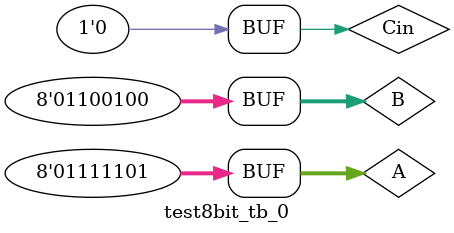
<source format=v>
`timescale 1ns/1ps

module test8bit_tb_0;
    reg [7:0] A = 8'b00000000;
    reg [7:0] B = 8'b00000000;
    reg Cin = 1'b0;
    wire Cout;
    wire [7:0] Sum;


    adder8bit UUT (
        .A(A),
        .B(B),
        .Cin(Cin),
        .Cout(Cout),
        .Sum(Sum));

    initial begin
        // -------------  Current Time:  1000ns
        #1000;
        Cin = 1'b1;
        // -------------------------------------
        // -------------  Current Time:  1500ns
        #500;
        B = 8'b00000110;
        // -------------------------------------
        // -------------  Current Time:  1900ns
        #400;
        A = 8'b00000001;
        // -------------------------------------
        // -------------  Current Time:  2300ns
        #400;
        Cin = 1'b0;
        // -------------------------------------
        // -------------  Current Time:  3100ns
        #800;
        A = 8'b01111101;
        // -------------------------------------
        // -------------  Current Time:  3400ns
        #300;
        Cin = 1'b1;
        // -------------------------------------
        // -------------  Current Time:  3500ns
        #100;
        B = 8'b01100100;
        // -------------------------------------
        // -------------  Current Time:  4400ns
        #900;
        Cin = 1'b0;
    end

endmodule


</source>
